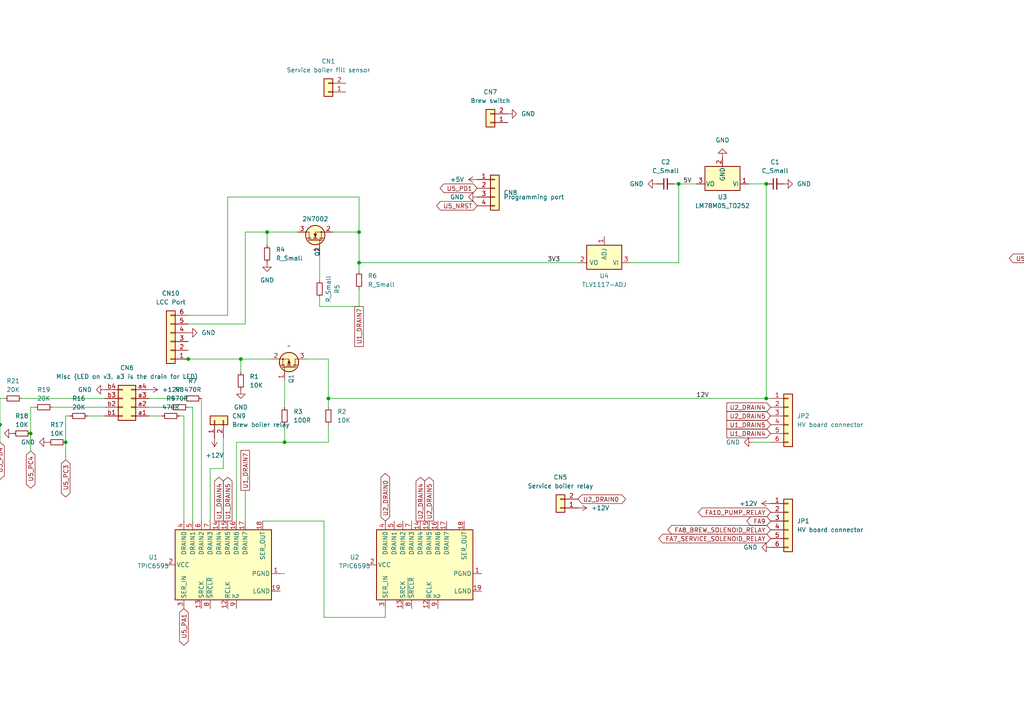
<source format=kicad_sch>
(kicad_sch (version 20230121) (generator eeschema)
  (paper "A4")
  (lib_symbols
    (symbol "Connector_Generic:Conn_01x02" (pin_names (offset 1.016) hide)
      (property "Reference" "J" (at 0 2.54 0))
      (property "Value" "Conn_01x02" (at 0 -5.08 0))
      (symbol "Conn_01x02_1_1"
        (rectangle (start -1.27 -2.413) (end 0 -2.667) (stroke (width 0.1524)))
        (rectangle (start -1.27 0.127) (end 0 -0.127) (stroke (width 0.1524)))
        (rectangle (start -1.27 1.27) (end 1.27 -3.81) (stroke (width 0.254)) (fill (type background)))
        (pin passive line (at -5.08 0 0) (length 3.81) (name "Pin_1") (number "1"))
        (pin passive line (at -5.08 -2.54 0) (length 3.81) (name "Pin_2") (number "2"))
      )
    )
    (symbol "Connector_Generic:Conn_01x04" (pin_names (offset 1.016) hide)
      (property "Reference" "J" (at 0 5.08 0))
      (property "Value" "Conn_01x04" (at 0 -7.62 0))
      (symbol "Conn_01x04_1_1"
        (rectangle (start -1.27 -4.953) (end 0 -5.207) (stroke (width 0.1524)))
        (rectangle (start -1.27 -2.413) (end 0 -2.667) (stroke (width 0.1524)))
        (rectangle (start -1.27 0.127) (end 0 -0.127) (stroke (width 0.1524)))
        (rectangle (start -1.27 2.667) (end 0 2.413) (stroke (width 0.1524)))
        (rectangle (start -1.27 3.81) (end 1.27 -6.35) (stroke (width 0.254)) (fill (type background)))
        (pin passive line (at -5.08 2.54 0) (length 3.81) (name "Pin_1") (number "1"))
        (pin passive line (at -5.08 0 0) (length 3.81) (name "Pin_2") (number "2"))
        (pin passive line (at -5.08 -2.54 0) (length 3.81) (name "Pin_3") (number "3"))
        (pin passive line (at -5.08 -5.08 0) (length 3.81) (name "Pin_4") (number "4"))
      )
    )
    (symbol "Connector_Generic:Conn_01x06" (pin_names (offset 1.016) hide)
      (property "Reference" "J" (at 0 7.62 0))
      (property "Value" "Conn_01x06" (at 0 -10.16 0))
      (symbol "Conn_01x06_1_1"
        (rectangle (start -1.27 -7.493) (end 0 -7.747) (stroke (width 0.1524)))
        (rectangle (start -1.27 -4.953) (end 0 -5.207) (stroke (width 0.1524)))
        (rectangle (start -1.27 -2.413) (end 0 -2.667) (stroke (width 0.1524)))
        (rectangle (start -1.27 0.127) (end 0 -0.127) (stroke (width 0.1524)))
        (rectangle (start -1.27 2.667) (end 0 2.413) (stroke (width 0.1524)))
        (rectangle (start -1.27 5.207) (end 0 4.953) (stroke (width 0.1524)))
        (rectangle (start -1.27 6.35) (end 1.27 -8.89) (stroke (width 0.254)) (fill (type background)))
        (pin passive line (at -5.08 5.08 0) (length 3.81) (name "Pin_1") (number "1"))
        (pin passive line (at -5.08 2.54 0) (length 3.81) (name "Pin_2") (number "2"))
        (pin passive line (at -5.08 0 0) (length 3.81) (name "Pin_3") (number "3"))
        (pin passive line (at -5.08 -2.54 0) (length 3.81) (name "Pin_4") (number "4"))
        (pin passive line (at -5.08 -5.08 0) (length 3.81) (name "Pin_5") (number "5"))
        (pin passive line (at -5.08 -7.62 0) (length 3.81) (name "Pin_6") (number "6"))
      )
    )
    (symbol "Connector_Generic:Conn_02x04_Row_Letter_First" (pin_names (offset 1.016) hide)
      (property "Reference" "J" (at 1.27 5.08 0))
      (property "Value" "Conn_02x04_Row_Letter_First" (at 1.27 -7.62 0))
      (symbol "Conn_02x04_Row_Letter_First_1_1"
        (rectangle (start -1.27 -4.953) (end 0 -5.207) (stroke (width 0.1524)))
        (rectangle (start -1.27 -2.413) (end 0 -2.667) (stroke (width 0.1524)))
        (rectangle (start -1.27 0.127) (end 0 -0.127) (stroke (width 0.1524)))
        (rectangle (start -1.27 2.667) (end 0 2.413) (stroke (width 0.1524)))
        (rectangle (start -1.27 3.81) (end 3.81 -6.35) (stroke (width 0.254)) (fill (type background)))
        (rectangle (start 3.81 -4.953) (end 2.54 -5.207) (stroke (width 0.1524)))
        (rectangle (start 3.81 -2.413) (end 2.54 -2.667) (stroke (width 0.1524)))
        (rectangle (start 3.81 0.127) (end 2.54 -0.127) (stroke (width 0.1524)))
        (rectangle (start 3.81 2.667) (end 2.54 2.413) (stroke (width 0.1524)))
        (pin passive line (at -5.08 2.54 0) (length 3.81) (name "Pin_a1") (number "a1"))
        (pin passive line (at -5.08 0 0) (length 3.81) (name "Pin_a2") (number "a2"))
        (pin passive line (at -5.08 -2.54 0) (length 3.81) (name "Pin_a3") (number "a3"))
        (pin passive line (at -5.08 -5.08 0) (length 3.81) (name "Pin_a4") (number "a4"))
        (pin passive line (at 7.62 2.54 180) (length 3.81) (name "Pin_b1") (number "b1"))
        (pin passive line (at 7.62 0 180) (length 3.81) (name "Pin_b2") (number "b2"))
        (pin passive line (at 7.62 -2.54 180) (length 3.81) (name "Pin_b3") (number "b3"))
        (pin passive line (at 7.62 -5.08 180) (length 3.81) (name "Pin_b4") (number "b4"))
      )
    )
    (symbol "Device:C_Small" (pin_numbers hide) (pin_names (offset 0.254) hide)
      (property "Reference" "C" (at 0.254 1.778 0))
      (property "Value" "C_Small" (at 0.254 -2.032 0))
      (symbol "C_Small_0_1"
        (polyline (pts (xy -1.524 -0.508) (xy 1.524 -0.508)) (stroke (width 0.3302)))
        (polyline (pts (xy -1.524 0.508) (xy 1.524 0.508)) (stroke (width 0.3048)))
      )
      (symbol "C_Small_1_1"
        (pin passive line (at 0 2.54 270) (length 2.032) (name "~") (number "1"))
        (pin passive line (at 0 -2.54 90) (length 2.032) (name "~") (number "2"))
      )
    )
    (symbol "Device:R_Small" (pin_numbers hide) (pin_names (offset 0.254) hide)
      (property "Reference" "R" (at 0.762 0.508 0))
      (property "Value" "R_Small" (at 0.762 -1.016 0))
      (symbol "R_Small_0_1"
        (rectangle (start -0.762 1.778) (end 0.762 -1.778) (stroke (width 0.2032)))
      )
      (symbol "R_Small_1_1"
        (pin passive line (at 0 2.54 270) (length 0.762) (name "~") (number "1"))
        (pin passive line (at 0 -2.54 90) (length 0.762) (name "~") (number "2"))
      )
    )
    (symbol "Interface_Expansion:TPIC6595" (pin_names (offset 0.381))
      (property "Reference" "U" (at -8.89 13.97 0))
      (property "Value" "TPIC6595" (at 6.35 13.97 0))
      (symbol "TPIC6595_0_1"
        (rectangle (start -10.16 12.7) (end 10.16 -15.24) (stroke (width 0.254)) (fill (type background)))
      )
      (symbol "TPIC6595_1_1"
        (pin power_in line (at -2.54 -17.78 90) (length 2.54) (name "PGND") (number "1"))
        (pin passive line (at -2.54 -17.78 90) (length 2.54) hide (name "PGND") (number "10"))
        (pin passive line (at -2.54 -17.78 90) (length 2.54) hide (name "PGND") (number "11"))
        (pin input line (at -12.7 -2.54 0) (length 2.54) (name "RCLK") (number "12"))
        (pin input line (at -12.7 5.08 0) (length 2.54) (name "SRCK") (number "13"))
        (pin open_collector line (at 12.7 0 180) (length 2.54) (name "DRAIN4") (number "14"))
        (pin open_collector line (at 12.7 -2.54 180) (length 2.54) (name "DRAIN5") (number "15"))
        (pin open_collector line (at 12.7 -5.08 180) (length 2.54) (name "DRAIN6") (number "16"))
        (pin open_collector line (at 12.7 -7.62 180) (length 2.54) (name "DRAIN7") (number "17"))
        (pin output line (at 12.7 -12.7 180) (length 2.54) (name "SER_OUT") (number "18"))
        (pin power_in line (at -7.62 -17.78 90) (length 2.54) (name "LGND") (number "19"))
        (pin power_in line (at 0 15.24 270) (length 2.54) (name "VCC") (number "2"))
        (pin passive line (at -2.54 -17.78 90) (length 2.54) hide (name "PGND") (number "20"))
        (pin input line (at -12.7 10.16 0) (length 2.54) (name "SER_IN") (number "3"))
        (pin open_collector line (at 12.7 10.16 180) (length 2.54) (name "DRAIN0") (number "4"))
        (pin open_collector line (at 12.7 7.62 180) (length 2.54) (name "DRAIN1") (number "5"))
        (pin open_collector line (at 12.7 5.08 180) (length 2.54) (name "DRAIN2") (number "6"))
        (pin open_collector line (at 12.7 2.54 180) (length 2.54) (name "DRAIN3") (number "7"))
        (pin input line (at -12.7 2.54 0) (length 2.54) (name "~{SRCLR}") (number "8"))
        (pin input line (at -12.7 -5.08 0) (length 2.54) (name "~{G}") (number "9"))
      )
    )
    (symbol "MCU_ST_STM8:STM8S003F3P"
      (property "Reference" "U" (at 1.27 25.4 0))
      (property "Value" "STM8S003F3P" (at 1.27 22.86 0))
      (symbol "STM8S003F3P_0_1"
        (rectangle (start -11.43 21.59) (end 11.43 -21.59) (stroke (width 0.254)) (fill (type background)))
      )
      (symbol "STM8S003F3P_1_1"
        (pin bidirectional line (at 15.24 0 180) (length 3.81) (name "PD4") (number "1"))
        (pin bidirectional line (at -15.24 12.7 0) (length 3.81) (name "PA3") (number "10"))
        (pin bidirectional line (at -15.24 5.08 0) (length 3.81) (name "PB5") (number "11"))
        (pin bidirectional line (at -15.24 7.62 0) (length 3.81) (name "PB4") (number "12"))
        (pin bidirectional line (at -15.24 0 0) (length 3.81) (name "PC3") (number "13"))
        (pin bidirectional line (at -15.24 -2.54 0) (length 3.81) (name "PC4") (number "14"))
        (pin bidirectional line (at -15.24 -5.08 0) (length 3.81) (name "PC5") (number "15"))
        (pin bidirectional line (at -15.24 -7.62 0) (length 3.81) (name "PC6") (number "16"))
        (pin bidirectional line (at -15.24 -10.16 0) (length 3.81) (name "PC7") (number "17"))
        (pin bidirectional line (at 15.24 7.62 180) (length 3.81) (name "PD1") (number "18"))
        (pin bidirectional line (at 15.24 5.08 180) (length 3.81) (name "PD2") (number "19"))
        (pin bidirectional line (at 15.24 -2.54 180) (length 3.81) (name "PD5") (number "2"))
        (pin bidirectional line (at 15.24 2.54 180) (length 3.81) (name "PD3") (number "20"))
        (pin bidirectional line (at 15.24 -5.08 180) (length 3.81) (name "PD6") (number "3"))
        (pin input line (at -15.24 -15.24 0) (length 3.81) (name "NRST") (number "4"))
        (pin bidirectional line (at -15.24 17.78 0) (length 3.81) (name "PA1") (number "5"))
        (pin bidirectional line (at -15.24 15.24 0) (length 3.81) (name "PA2") (number "6"))
        (pin power_in line (at 0 -25.4 90) (length 3.81) (name "VSS") (number "7"))
        (pin passive line (at -15.24 -17.78 0) (length 3.81) (name "VCAP") (number "8"))
        (pin power_in line (at 0 25.4 270) (length 3.81) (name "VDD") (number "9"))
      )
    )
    (symbol "PCM_Transistor_MOSFET_AKL:2N7002" (pin_names hide)
      (property "Reference" "Q" (at 5.08 1.27 0))
      (property "Value" "2N7002" (at 5.08 -1.27 0))
      (symbol "2N7002_0_1"
        (polyline (pts (xy 0.254 -1.27) (xy -2.54 -1.27)))
        (polyline (pts (xy 0.254 1.905) (xy 0.254 -1.905)) (stroke (width 0.254)))
        (polyline (pts (xy 0.762 -1.778) (xy 2.54 -1.778)))
        (polyline (pts (xy 0.762 -1.27) (xy 0.762 -2.286)) (stroke (width 0.254)))
        (polyline (pts (xy 0.762 0.508) (xy 0.762 -0.508)) (stroke (width 0.254)))
        (polyline (pts (xy 0.762 2.286) (xy 0.762 1.27)) (stroke (width 0.254)))
        (polyline (pts (xy 2.54 1.778) (xy 0.762 1.778)))
        (polyline (pts (xy 2.54 2.54) (xy 2.54 1.778)))
        (polyline (pts (xy 2.54 -2.54) (xy 2.54 0) (xy 0.762 0)))
        (polyline (pts (xy 1.016 0) (xy 2.032 0.381) (xy 2.032 -0.381) (xy 1.016 0)) (fill (type outline)))
        (circle (center 1.651 0) (radius 2.794) (stroke (width 0.254)) (fill (type background)))
        (circle (center 2.54 -1.778) (radius 0.1778) (fill (type outline)))
      )
      (symbol "2N7002_1_1"
        (pin input line (at -3.81 -1.27 0) (length 2.54) (name "G") (number "1"))
        (pin passive line (at 2.54 -5.08 90) (length 2.54) (name "S") (number "2"))
        (pin passive line (at 2.54 5.08 270) (length 2.54) (name "D") (number "3"))
      )
    )
    (symbol "PCM_Transistor_MOSFET_AKL:AO3415A" (pin_names hide)
      (property "Reference" "Q" (at 5.08 1.27 0))
      (property "Value" "AO3415A" (at 5.08 -1.27 0))
      (symbol "AO3415A_0_1"
        (polyline (pts (xy 0.254 -1.905) (xy 0.254 1.905)) (stroke (width 0.254)))
        (polyline (pts (xy 0.254 1.27) (xy -2.54 1.27)))
        (polyline (pts (xy 0.762 -2.286) (xy 0.762 -1.27)) (stroke (width 0.254)))
        (polyline (pts (xy 0.762 -1.778) (xy 2.54 -1.778)))
        (polyline (pts (xy 0.762 -0.508) (xy 0.762 0.508)) (stroke (width 0.254)))
        (polyline (pts (xy 0.762 1.27) (xy 0.762 2.286)) (stroke (width 0.254)))
        (polyline (pts (xy 0.762 1.778) (xy 2.54 1.778)))
        (polyline (pts (xy 2.54 -2.54) (xy 2.54 -1.778)))
        (polyline (pts (xy 2.54 2.54) (xy 2.54 0) (xy 0.762 0)))
        (polyline (pts (xy 2.286 0) (xy 1.27 -0.381) (xy 1.27 0.381) (xy 2.286 0)) (fill (type outline)))
      )
      (symbol "AO3415A_1_1"
        (circle (center 1.651 0) (radius 2.794) (stroke (width 0.254)) (fill (type background)))
        (circle (center 2.54 1.778) (radius 0.1778) (fill (type outline)))
        (pin input line (at -3.81 1.27 0) (length 2.54) (name "G") (number "1"))
        (pin passive line (at 2.54 5.08 270) (length 2.54) (name "S") (number "2"))
        (pin passive line (at 2.54 -5.08 90) (length 2.54) (name "D") (number "3"))
      )
    )
    (symbol "Regulator_Linear:LM78M05_TO252" (pin_names (offset 0.254))
      (property "Reference" "U" (at -3.81 3.175 0))
      (property "Value" "LM78M05_TO252" (at 0 3.175 0))
      (symbol "LM78M05_TO252_0_1"
        (rectangle (start -5.08 1.905) (end 5.08 -5.08) (stroke (width 0.254)) (fill (type background)))
      )
      (symbol "LM78M05_TO252_1_1"
        (pin power_in line (at -7.62 0 0) (length 2.54) (name "VI") (number "1"))
        (pin power_in line (at 0 -7.62 90) (length 2.54) (name "GND") (number "2"))
        (pin power_out line (at 7.62 0 180) (length 2.54) (name "VO") (number "3"))
      )
    )
    (symbol "Regulator_Linear:TLV1117-ADJ" (pin_names (offset 0.762))
      (property "Reference" "U" (at -3.81 3.175 0))
      (property "Value" "TLV1117-ADJ" (at 0 3.175 0))
      (symbol "TLV1117-ADJ_0_1"
        (rectangle (start -5.08 -5.08) (end 5.08 1.905) (stroke (width 0.254)) (fill (type background)))
      )
      (symbol "TLV1117-ADJ_1_1"
        (pin input line (at 0 -7.62 90) (length 2.54) (name "ADJ") (number "1"))
        (pin power_out line (at 7.62 0 180) (length 2.54) (name "VO") (number "2"))
        (pin power_in line (at -7.62 0 0) (length 2.54) (name "VI") (number "3"))
      )
    )
    (symbol "power:+12V" (power) (pin_names (offset 0))
      (property "Value" "+12V" (at 0 3.556 0))
      (symbol "+12V_0_1"
        (polyline (pts (xy -0.762 1.27) (xy 0 2.54)))
        (polyline (pts (xy 0 0) (xy 0 2.54)))
        (polyline (pts (xy 0 2.54) (xy 0.762 1.27)))
      )
      (symbol "+12V_1_1"
        (pin power_in line (at 0 0 90) (length 0) hide (name "+12V") (number "1"))
      )
    )
    (symbol "power:+5V" (power) (pin_names (offset 0))
      (property "Value" "+5V" (at 0 3.556 0))
      (symbol "+5V_0_1"
        (polyline (pts (xy -0.762 1.27) (xy 0 2.54)))
        (polyline (pts (xy 0 0) (xy 0 2.54)))
        (polyline (pts (xy 0 2.54) (xy 0.762 1.27)))
      )
      (symbol "+5V_1_1"
        (pin power_in line (at 0 0 90) (length 0) hide (name "+5V") (number "1"))
      )
    )
    (symbol "power:GND" (power) (pin_names (offset 0))
      (property "Value" "GND" (at 0 -3.81 0))
      (symbol "GND_0_1"
        (polyline (pts (xy 0 0) (xy 0 -1.27) (xy 1.27 -1.27) (xy 0 -2.54) (xy -1.27 -1.27) (xy 0 -1.27)))
      )
      (symbol "GND_1_1"
        (pin power_in line (at 0 0 270) (length 0) hide (name "GND") (number "1"))
      )
    )
  )
  (junction (at 54.61 104.14))
  (junction (at 0 123.19))
  (junction (at 222.25 53.34))
  (junction (at 121.92 -34.29))
  (junction (at 196.85 53.34))
  (junction (at 19.05 128.27))
  (junction (at 69.85 104.14))
  (junction (at 222.25 115.57))
  (junction (at 53.34 -50.8))
  (junction (at 121.92 -53.34))
  (junction (at 95.25 115.57))
  (junction (at 53.34 -31.75))
  (junction (at 8.89 125.73))
  (junction (at 82.55 128.27))
  (junction (at 104.14 76.2))
  (junction (at 6.35 -35.56))
  (junction (at 104.14 67.31))
  (junction (at 6.35 -54.61))
  (junction (at 77.47 67.31))
  (wire (pts (xy 121.92 -34.29) (xy 121.92 -30.48)))
  (wire (pts (xy 50.8 -31.75) (xy 53.34 -31.75)))
  (wire (pts (xy 54.61 118.11) (xy 55.88 118.11)))
  (wire (pts (xy 20.32 120.65) (xy 19.05 120.65)))
  (wire (pts (xy 53.34 -50.8) (xy 57.15 -50.8)))
  (wire (pts (xy 76.2 151.13) (xy 93.98 151.13)))
  (wire (pts (xy 95.25 115.57) (xy 95.25 104.14)))
  (wire (pts (xy 68.58 128.27) (xy 68.58 151.13)))
  (wire (pts (xy 25.4 120.65) (xy 30.48 120.65)))
  (wire (pts (xy 50.8 -50.8) (xy 53.34 -50.8)))
  (wire (pts (xy 60.96 135.89) (xy 60.96 151.13)))
  (wire (pts (xy 119.38 -34.29) (xy 121.92 -34.29)))
  (wire (pts (xy 53.34 -50.8) (xy 53.34 -41.91)))
  (wire (pts (xy 95.25 115.57) (xy 95.25 118.11)))
  (wire (pts (xy 19.05 120.65) (xy 19.05 128.27)))
  (wire (pts (xy 222.25 53.34) (xy 222.25 115.57)))
  (wire (pts (xy 66.04 57.15) (xy 66.04 91.44)))
  (wire (pts (xy 1.27 115.57) (xy 0 115.57)))
  (wire (pts (xy 104.14 83.82) (xy 104.14 88.9)))
  (wire (pts (xy 196.85 53.34) (xy 201.93 53.34)))
  (wire (pts (xy 222.25 115.57) (xy 223.52 115.57)))
  (wire (pts (xy 57.15 -50.8) (xy 57.15 -43.18)))
  (wire (pts (xy 10.16 118.11) (xy 8.89 118.11)))
  (wire (pts (xy 92.71 73.66) (xy 92.71 81.28)))
  (wire (pts (xy 71.12 67.31) (xy 77.47 67.31)))
  (wire (pts (xy 218.44 128.27) (xy 223.52 128.27)))
  (wire (pts (xy 71.12 93.98) (xy 71.12 67.31)))
  (wire (pts (xy 82.55 128.27) (xy 95.25 128.27)))
  (wire (pts (xy 6.35 -54.61) (xy 6.35 -45.72)))
  (wire (pts (xy 121.92 -53.34) (xy 125.73 -53.34)))
  (wire (pts (xy 95.25 115.57) (xy 222.25 115.57)))
  (wire (pts (xy 60.96 135.89) (xy 64.77 135.89)))
  (wire (pts (xy 217.17 53.34) (xy 222.25 53.34)))
  (wire (pts (xy 121.92 -53.34) (xy 121.92 -44.45)))
  (wire (pts (xy 8.89 118.11) (xy 8.89 125.73)))
  (wire (pts (xy 88.9 104.14) (xy 95.25 104.14)))
  (wire (pts (xy 71.12 142.24) (xy 71.12 151.13)))
  (wire (pts (xy 64.77 135.89) (xy 64.77 127)))
  (wire (pts (xy 6.35 115.57) (xy 30.48 115.57)))
  (wire (pts (xy 6.35 -40.64) (xy 6.35 -35.56)))
  (wire (pts (xy 43.18 120.65) (xy 46.99 120.65)))
  (wire (pts (xy 68.58 128.27) (xy 82.55 128.27)))
  (wire (pts (xy 43.18 118.11) (xy 49.53 118.11)))
  (wire (pts (xy 104.14 76.2) (xy 167.64 76.2)))
  (wire (pts (xy 53.34 104.14) (xy 54.61 104.14)))
  (wire (pts (xy 196.85 53.34) (xy 196.85 76.2)))
  (wire (pts (xy 54.61 93.98) (xy 71.12 93.98)))
  (wire (pts (xy 43.18 115.57) (xy 53.34 115.57)))
  (wire (pts (xy 104.14 57.15) (xy 66.04 57.15)))
  (wire (pts (xy 93.98 179.07) (xy 111.76 179.07)))
  (wire (pts (xy 8.89 125.73) (xy 8.89 130.81)))
  (wire (pts (xy 19.05 128.27) (xy 19.05 133.35)))
  (wire (pts (xy 55.88 118.11) (xy 55.88 151.13)))
  (wire (pts (xy 6.35 -35.56) (xy 6.35 -31.75)))
  (wire (pts (xy 0 115.57) (xy 0 123.19)))
  (wire (pts (xy 58.42 115.57) (xy 58.42 151.13)))
  (wire (pts (xy 82.55 166.37) (xy 81.28 166.37)))
  (wire (pts (xy 96.52 67.31) (xy 104.14 67.31)))
  (wire (pts (xy 196.85 76.2) (xy 182.88 76.2)))
  (wire (pts (xy 15.24 118.11) (xy 30.48 118.11)))
  (wire (pts (xy 121.92 -39.37) (xy 121.92 -34.29)))
  (wire (pts (xy 3.81 -35.56) (xy 6.35 -35.56)))
  (wire (pts (xy 6.35 -54.61) (xy 10.16 -54.61)))
  (wire (pts (xy 52.07 120.65) (xy 53.34 120.65)))
  (wire (pts (xy 53.34 -36.83) (xy 53.34 -31.75)))
  (wire (pts (xy 92.71 86.36) (xy 92.71 88.9)))
  (wire (pts (xy 93.98 151.13) (xy 93.98 179.07)))
  (wire (pts (xy 66.04 91.44) (xy 54.61 91.44)))
  (wire (pts (xy 82.55 110.49) (xy 82.55 118.11)))
  (wire (pts (xy 101.6 -53.34) (xy 121.92 -53.34)))
  (wire (pts (xy 54.61 104.14) (xy 69.85 104.14)))
  (wire (pts (xy 104.14 76.2) (xy 104.14 78.74)))
  (wire (pts (xy 53.34 120.65) (xy 53.34 151.13)))
  (wire (pts (xy 69.85 107.95) (xy 69.85 104.14)))
  (wire (pts (xy 95.25 123.19) (xy 95.25 128.27)))
  (wire (pts (xy 125.73 -53.34) (xy 125.73 -45.72)))
  (wire (pts (xy 53.34 -31.75) (xy 53.34 -27.94)))
  (wire (pts (xy -13.97 -54.61) (xy 6.35 -54.61)))
  (wire (pts (xy 69.85 104.14) (xy 78.74 104.14)))
  (wire (pts (xy 104.14 67.31) (xy 104.14 76.2)))
  (wire (pts (xy 111.76 179.07) (xy 111.76 176.53)))
  (wire (pts (xy 104.14 67.31) (xy 104.14 57.15)))
  (wire (pts (xy 82.55 128.27) (xy 82.55 123.19)))
  (wire (pts (xy 77.47 71.12) (xy 77.47 67.31)))
  (wire (pts (xy 10.16 -54.61) (xy 10.16 -46.99)))
  (wire (pts (xy 0 123.19) (xy 0 128.27)))
  (wire (pts (xy 77.47 67.31) (xy 86.36 67.31)))
  (wire (pts (xy 92.71 88.9) (xy 104.14 88.9)))
  (wire (pts (xy 195.58 53.34) (xy 196.85 53.34)))
  (label "5V" (at 198.12 53.34 0))
  (label "3V3" (at 158.75 76.2 0))
  (label "12V" (at 201.93 115.57 0))
  (global_label "U2_DRAIN5" (shape output) (at 124.46 151.13 90) (property "Intersheetrefs" "${INTERSHEET_REFS}" (effects hide)))
  (global_label "U2_DRAIN4" (shape output) (at 121.92 151.13 90) (property "Intersheetrefs" "${INTERSHEET_REFS}" (effects hide)))
  (global_label "U1_DRAIN5" (shape input) (at 223.52 123.19 180) (property "Intersheetrefs" "${INTERSHEET_REFS}" (effects hide)))
  (global_label "U5_PD3" (shape bidirectional) (at 334.01 64.77 0) (property "Intersheetrefs" "${INTERSHEET_REFS}" (effects hide)))
  (global_label "U5_PD3" (shape bidirectional) (at 121.92 -30.48 270) (property "Intersheetrefs" "${INTERSHEET_REFS}" (effects hide)))
  (global_label "FA7_SERVICE_SOLENOID_RELAY" (shape bidirectional) (at 223.52 156.21 180) (property "Intersheetrefs" "${INTERSHEET_REFS}" (effects hide)))
  (global_label "U5_NRST" (shape bidirectional) (at 138.43 59.69 180) (property "Intersheetrefs" "${INTERSHEET_REFS}" (effects hide)))
  (global_label "U1_DRAIN4" (shape input) (at 223.52 125.73 180) (property "Intersheetrefs" "${INTERSHEET_REFS}" (effects hide)))
  (global_label "FA10_PUMP_RELAY" (shape bidirectional) (at 223.52 148.59 180) (property "Intersheetrefs" "${INTERSHEET_REFS}" (effects hide)))
  (global_label "U5_PD4" (shape bidirectional) (at 0 128.27 270) (property "Intersheetrefs" "${INTERSHEET_REFS}" (effects hide)))
  (global_label "U5_PC4" (shape bidirectional) (at 8.89 130.81 270) (property "Intersheetrefs" "${INTERSHEET_REFS}" (effects hide)))
  (global_label "U5_PA1" (shape bidirectional) (at 53.34 176.53 270) (property "Intersheetrefs" "${INTERSHEET_REFS}" (effects hide)))
  (global_label "U2_DRAIN4" (shape input) (at 223.52 118.11 180) (property "Intersheetrefs" "${INTERSHEET_REFS}" (effects hide)))
  (global_label "U1_DRAIN7" (shape passive) (at 71.12 142.24 90) (property "Intersheetrefs" "${INTERSHEET_REFS}" (effects hide)))
  (global_label "U1_DRAIN5" (shape output) (at 66.04 151.13 90) (property "Intersheetrefs" "${INTERSHEET_REFS}" (effects hide)))
  (global_label "U1_DRAIN7" (shape passive) (at 104.14 88.9 270) (property "Intersheetrefs" "${INTERSHEET_REFS}" (effects hide)))
  (global_label "FA8_BREW_SOLENOID_RELAY" (shape bidirectional) (at 223.52 153.67 180) (property "Intersheetrefs" "${INTERSHEET_REFS}" (effects hide)))
  (global_label "U5_PC6" (shape bidirectional) (at 53.34 -27.94 270) (property "Intersheetrefs" "${INTERSHEET_REFS}" (effects hide)))
  (global_label "U5_PD1" (shape bidirectional) (at 138.43 54.61 180) (property "Intersheetrefs" "${INTERSHEET_REFS}" (effects hide)))
  (global_label "U5_PC6" (shape bidirectional) (at 303.53 74.93 180) (property "Intersheetrefs" "${INTERSHEET_REFS}" (effects hide)))
  (global_label "FA9" (shape bidirectional) (at 223.52 151.13 180) (property "Intersheetrefs" "${INTERSHEET_REFS}" (effects hide)))
  (global_label "U2_DRAIN5" (shape input) (at 223.52 120.65 180) (property "Intersheetrefs" "${INTERSHEET_REFS}" (effects hide)))
  (global_label "U2_DRAIN0" (shape bidirectional) (at 111.76 151.13 90) (property "Intersheetrefs" "${INTERSHEET_REFS}" (effects hide)))
  (global_label "U1_DRAIN4" (shape output) (at 63.5 151.13 90) (property "Intersheetrefs" "${INTERSHEET_REFS}" (effects hide)))
  (global_label "U5_PC3" (shape bidirectional) (at 19.05 133.35 270) (property "Intersheetrefs" "${INTERSHEET_REFS}" (effects hide)))
  (global_label "U2_DRAIN0" (shape bidirectional) (at 167.64 144.78 0) (property "Intersheetrefs" "${INTERSHEET_REFS}" (effects hide)))
  (global_label "U5_PC4" (shape bidirectional) (at 6.35 -31.75 270) (property "Intersheetrefs" "${INTERSHEET_REFS}" (effects hide)))
  (symbol (lib_id "Device:C_Small") (at 116.84 -34.29 90) (unit 1)
    (property "Reference" "C4" (at 116.84 -40.64 90))
    (property "Value" "C_Small" (at 116.8463 -38.1 90))
  )
  (symbol (lib_id "Device:R_Small") (at 6.35 -43.18 0) (unit 1)
    (property "Reference" "R14" (at 8.89 -44.45 0) (effects (justify left)))
    (property "Value" "100K" (at 8.89 -41.91 0) (effects (justify left)))
  )
  (symbol (lib_id "power:GND") (at 3.81 125.73 270) (unit 1)
    (property "Reference" "#PWR024" (effects hide))
    (property "Value" "GND" (at 0 125.73 90) (effects (justify right)))
  )
  (symbol (lib_id "Connector_Generic:Conn_01x04") (at 143.51 54.61 0) (unit 1)
    (property "Reference" "CN8" (at 146.05 55.88 0) (effects (justify left)))
    (property "Value" "Programming port" (at 146.05 57.15 0) (effects (justify left)))
  )
  (symbol (lib_id "Interface_Expansion:TPIC6595") (at 63.5 163.83 90) (unit 1)
    (property "Reference" "U1" (at 44.45 161.6141 90))
    (property "Value" "TPIC6595" (at 44.45 164.1541 90))
    (property "Datasheet" "http://www.ti.com/lit/ds/symlink/tpic6595.pdf" (effects hide))
  )
  (symbol (lib_id "power:GND") (at 218.44 128.27 270) (unit 1)
    (property "Reference" "#PWR01" (effects hide))
    (property "Value" "GND" (at 214.63 128.27 90) (effects (justify right)))
  )
  (symbol (lib_id "Connector_Generic:Conn_01x06") (at 49.53 99.06 180) (unit 1)
    (property "Reference" "CN10" (at 49.53 85.09 0))
    (property "Value" "LCC Port" (at 49.53 87.63 0))
  )
  (symbol (lib_id "Device:R_Small") (at 59.69 -43.18 90) (unit 1)
    (property "Reference" "R10" (at 59.69 -48.26 90))
    (property "Value" "10K" (at 59.69 -45.72 90))
  )
  (symbol (lib_id "power:+12V") (at 62.23 127 180) (unit 1)
    (property "Reference" "#PWR028" (effects hide))
    (property "Value" "+12V" (at 62.23 132.08 0))
  )
  (symbol (lib_id "Connector_Generic:Conn_01x02") (at -19.05 -52.07 180) (unit 1)
    (property "Reference" "CN3" (at -21.59 -54.61 0) (effects (justify left)))
    (property "Value" "Thermoprobe Service boiler" (at -21.59 -52.07 0) (effects (justify left)))
  )
  (symbol (lib_id "power:+12V") (at 223.52 146.05 90) (unit 1)
    (property "Reference" "#PWR027" (effects hide))
    (property "Value" "+12V" (at 219.71 146.05 90) (effects (justify left)))
  )
  (symbol (lib_id "Device:R_Small") (at 53.34 -39.37 0) (unit 1)
    (property "Reference" "R11" (at 55.88 -40.64 0) (effects (justify left)))
    (property "Value" "47K" (at 55.88 -38.1 0) (effects (justify left)))
  )
  (symbol (lib_id "power:+12V") (at 167.64 147.32 270) (unit 1)
    (property "Reference" "#PWR021" (effects hide))
    (property "Value" "+12V" (at 171.45 147.32 90) (effects (justify left)))
  )
  (symbol (lib_id "Device:C_Small") (at 193.04 53.34 90) (unit 1)
    (property "Reference" "C2" (at 193.0463 46.99 90))
    (property "Value" "C_Small" (at 193.0463 49.53 90))
  )
  (symbol (lib_id "Device:R_Small") (at 55.88 115.57 90) (unit 1)
    (property "Reference" "R7" (at 55.88 110.49 90))
    (property "Value" "470R" (at 55.88 113.03 90))
  )
  (symbol (lib_id "Connector_Generic:Conn_02x04_Row_Letter_First") (at 38.1 118.11 180) (unit 1)
    (property "Reference" "CN6" (at 36.83 106.68 0))
    (property "Value" "Misc (LED on v3, a3 is the drain for LED)" (at 36.83 109.22 0))
  )
  (symbol (lib_id "power:GND") (at 138.43 57.15 270) (unit 1)
    (property "Reference" "#PWR010" (effects hide))
    (property "Value" "GND" (at 134.62 57.15 90) (effects (justify right)))
  )
  (symbol (lib_id "power:GND") (at 54.61 96.52 90) (unit 1)
    (property "Reference" "#PWR03" (effects hide))
    (property "Value" "GND" (at 58.42 96.52 90) (effects (justify right)))
  )
  (symbol (lib_id "Device:R_Small") (at 104.14 81.28 180) (unit 1)
    (property "Reference" "R6" (at 106.68 80.01 0) (effects (justify right)))
    (property "Value" "R_Small" (at 106.68 82.55 0) (effects (justify right)))
  )
  (symbol (lib_id "power:+5V") (at -13.97 -52.07 270) (unit 1)
    (property "Reference" "#PWR018" (effects hide))
    (property "Value" "+5V" (at -10.16 -52.07 90) (effects (justify left)))
  )
  (symbol (lib_id "Interface_Expansion:TPIC6595") (at 121.92 163.83 90) (unit 1)
    (property "Reference" "U2" (at 102.87 161.6141 90))
    (property "Value" "TPIC6595" (at 102.87 164.1541 90))
    (property "Datasheet" "http://www.ti.com/lit/ds/symlink/tpic6595.pdf" (effects hide))
  )
  (symbol (lib_id "power:GND") (at 50.8 -53.34 90) (unit 1)
    (property "Reference" "#PWR08" (effects hide))
    (property "Value" "GND" (at 54.61 -53.34 90) (effects (justify right)))
  )
  (symbol (lib_id "power:GND") (at 77.47 76.2 0) (unit 1)
    (property "Reference" "#PWR07" (effects hide))
    (property "Value" "GND" (at 77.47 81.28 0))
  )
  (symbol (lib_id "Device:R_Small") (at 6.35 125.73 90) (unit 1)
    (property "Reference" "R18" (at 6.35 120.65 90))
    (property "Value" "10K" (at 6.35 123.19 90))
  )
  (symbol (lib_id "Device:R_Small") (at 69.85 110.49 0) (unit 1)
    (property "Reference" "R1" (at 72.39 109.22 0) (effects (justify left)))
    (property "Value" "10K" (at 72.39 111.76 0) (effects (justify left)))
  )
  (symbol (lib_id "Device:R_Small") (at 77.47 73.66 0) (unit 1)
    (property "Reference" "R4" (at 80.01 72.39 0) (effects (justify left)))
    (property "Value" "R_Small" (at 80.01 74.93 0) (effects (justify left)))
  )
  (symbol (lib_id "Connector_Generic:Conn_01x02") (at 96.52 -50.8 180) (unit 1)
    (property "Reference" "CN4" (at 96.52 -58.42 0))
    (property "Value" "Thermoprobe Brew boiler" (at 96.52 -55.88 0))
  )
  (symbol (lib_id "power:+5V") (at 101.6 -50.8 270) (unit 1)
    (property "Reference" "#PWR014" (effects hide))
    (property "Value" "+5V" (at 105.41 -50.8 90) (effects (justify left)))
  )
  (symbol (lib_id "power:GND") (at 190.5 53.34 270) (unit 1)
    (property "Reference" "#PWR06" (effects hide))
    (property "Value" "GND" (at 186.69 53.34 90) (effects (justify right)))
  )
  (symbol (lib_id "Device:R_Small") (at 82.55 120.65 0) (unit 1)
    (property "Reference" "R3" (at 85.09 119.38 0) (effects (justify left)))
    (property "Value" "100R" (at 85.09 121.92 0) (effects (justify left)))
  )
  (symbol (lib_id "Connector_Generic:Conn_01x06") (at 228.6 151.13 0) (unit 1)
    (property "Reference" "JP1" (at 231.14 151.13 0) (effects (justify left)))
    (property "Value" "HV board connector" (at 231.14 153.67 0) (effects (justify left)))
  )
  (symbol (lib_id "power:GND") (at -5.08 123.19 270) (unit 1)
    (property "Reference" "#PWR025" (effects hide))
    (property "Value" "GND" (at -8.89 123.19 90) (effects (justify right)))
  )
  (symbol (lib_id "Device:R_Small") (at -2.54 123.19 90) (unit 1)
    (property "Reference" "R20" (at -2.54 118.11 90))
    (property "Value" "10K" (at -2.54 120.65 90))
  )
  (symbol (lib_id "power:GND") (at 69.85 113.03 0) (unit 1)
    (property "Reference" "#PWR02" (effects hide))
    (property "Value" "GND" (at 69.85 118.11 0))
  )
  (symbol (lib_id "Connector_Generic:Conn_01x02") (at 95.25 26.67 180) (unit 1)
    (property "Reference" "CN1" (at 95.25 17.78 0))
    (property "Value" "Service boiler fill sensor" (at 95.25 20.32 0))
  )
  (symbol (lib_id "power:GND") (at 13.97 128.27 270) (unit 1)
    (property "Reference" "#PWR023" (effects hide))
    (property "Value" "GND" (at 10.16 128.27 90) (effects (justify right)))
  )
  (symbol (lib_id "power:+5V") (at 138.43 52.07 90) (unit 1)
    (property "Reference" "#PWR017" (effects hide))
    (property "Value" "+5V" (at 134.62 52.07 90) (effects (justify left)))
  )
  (symbol (lib_id "MCU_ST_STM8:STM8S003F3P") (at 318.77 67.31 0) (unit 1)
    (property "Reference" "U5" (at 320.9641 40.64 0) (effects (justify left)))
    (property "Value" "STM8S003F3P" (at 320.9641 43.18 0) (effects (justify left)))
    (property "Footprint" "Package_SO:TSSOP-20_4.4x6.5mm_P0.65mm" (effects hide))
    (property "Datasheet" "http://www.st.com/st-web-ui/static/active/en/resource/technical/document/datasheet/DM00024550.pdf" (effects hide))
  )
  (symbol (lib_id "PCM_Transistor_MOSFET_AKL:2N7002") (at 91.44 69.85 90) (unit 1)
    (property "Reference" "Q2" (at 92.075 73.025 0))
    (property "Value" "2N7002" (at 91.44 63.5 90))
    (property "Footprint" "Package_TO_SOT_SMD_AKL:SOT-23" (effects hide))
    (property "Datasheet" "https://www.tme.eu/Document/7df5cae36abdfcedddb681f5be886f05/2N7000.pdf" (effects hide))
  )
  (symbol (lib_id "Device:R_Small") (at 3.81 115.57 90) (unit 1)
    (property "Reference" "R21" (at 3.81 110.49 90))
    (property "Value" "20K" (at 3.81 113.03 90))
  )
  (symbol (lib_id "Regulator_Linear:LM78M05_TO252") (at 209.55 53.34 180) (unit 1)
    (property "Reference" "U3" (at 209.55 57.15 0))
    (property "Value" "LM78M05_TO252" (at 209.55 59.69 0))
    (property "Footprint" "Package_TO_SOT_SMD:TO-252-2" (effects hide))
    (property "Datasheet" "https://www.onsemi.com/pub/Collateral/MC78M00-D.PDF" (effects hide))
  )
  (symbol (lib_id "Device:R_Small") (at 12.7 118.11 90) (unit 1)
    (property "Reference" "R19" (at 12.7 113.03 90))
    (property "Value" "20K" (at 12.7 115.57 90))
  )
  (symbol (lib_id "power:+12V") (at 43.18 113.03 270) (unit 1)
    (property "Reference" "#PWR022" (effects hide))
    (property "Value" "+12V" (at 46.99 113.03 90) (effects (justify left)))
  )
  (symbol (lib_id "Connector_Generic:Conn_01x02") (at 142.24 35.56 180) (unit 1)
    (property "Reference" "CN7" (at 142.24 26.67 0))
    (property "Value" "Brew switch" (at 142.24 29.21 0))
  )
  (symbol (lib_id "Connector_Generic:Conn_01x06") (at 228.6 120.65 0) (unit 1)
    (property "Reference" "JP2" (at 231.14 120.65 0) (effects (justify left)))
    (property "Value" "HV board connector" (at 231.14 123.19 0) (effects (justify left)))
  )
  (symbol (lib_id "Device:R_Small") (at 121.92 -41.91 0) (unit 1)
    (property "Reference" "R12" (at 124.46 -43.18 0) (effects (justify left)))
    (property "Value" "100K" (at 124.46 -40.64 0) (effects (justify left)))
  )
  (symbol (lib_id "power:GND") (at 30.48 113.03 270) (unit 1)
    (property "Reference" "#PWR09" (effects hide))
    (property "Value" "GND" (at 26.67 113.03 90) (effects (justify right)))
  )
  (symbol (lib_id "Device:R_Small") (at 49.53 120.65 90) (unit 1)
    (property "Reference" "R9" (at 49.53 115.57 90))
    (property "Value" "470R" (at 49.53 118.11 90))
  )
  (symbol (lib_id "Device:R_Small") (at 52.07 118.11 90) (unit 1)
    (property "Reference" "R8" (at 52.07 113.03 90))
    (property "Value" "470R" (at 52.07 115.57 90))
  )
  (symbol (lib_id "Device:R_Small") (at 22.86 120.65 90) (unit 1)
    (property "Reference" "R16" (at 22.86 115.57 90))
    (property "Value" "20K" (at 22.86 118.11 90))
  )
  (symbol (lib_id "power:GND") (at 114.3 -34.29 270) (unit 1)
    (property "Reference" "#PWR015" (effects hide))
    (property "Value" "GND" (at 110.49 -34.29 90) (effects (justify right)))
  )
  (symbol (lib_id "power:GND") (at 223.52 158.75 270) (unit 1)
    (property "Reference" "#PWR026" (effects hide))
    (property "Value" "GND" (at 219.71 158.75 90) (effects (justify right)))
  )
  (symbol (lib_id "power:GND") (at 227.33 53.34 90) (unit 1)
    (property "Reference" "#PWR04" (effects hide))
    (property "Value" "GND" (at 231.14 53.34 90) (effects (justify right)))
  )
  (symbol (lib_id "power:GND") (at 147.32 33.02 90) (unit 1)
    (property "Reference" "#PWR011" (effects hide))
    (property "Value" "GND" (at 151.13 33.02 90) (effects (justify right)))
  )
  (symbol (lib_id "Connector_Generic:Conn_01x02") (at 162.56 147.32 180) (unit 1)
    (property "Reference" "CN5" (at 162.56 138.43 0))
    (property "Value" "Service boiler relay" (at 162.56 140.97 0))
  )
  (symbol (lib_id "power:GND") (at 130.81 -45.72 90) (unit 1)
    (property "Reference" "#PWR016" (effects hide))
    (property "Value" "GND" (at 134.62 -45.72 90) (effects (justify right)))
  )
  (symbol (lib_id "Device:C_Small") (at 48.26 -31.75 90) (unit 1)
    (property "Reference" "C3" (at 48.26 -38.1 90))
    (property "Value" "C_Small" (at 48.2663 -35.56 90))
  )
  (symbol (lib_id "Connector_Generic:Conn_01x02") (at 62.23 121.92 90) (unit 1)
    (property "Reference" "CN9" (at 67.31 120.65 90) (effects (justify right)))
    (property "Value" "Brew boiler relay" (at 67.31 123.19 90) (effects (justify right)))
  )
  (symbol (lib_id "PCM_Transistor_MOSFET_AKL:AO3415A") (at 83.82 106.68 90) (unit 1)
    (property "Reference" "Q1" (at 84.455 109.855 0))
    (property "Value" "~" (at 83.82 100.33 90))
    (property "Footprint" "Package_TO_SOT_SMD_AKL:SOT-23" (effects hide))
    (property "Datasheet" "https://www.tme.eu/Document/f00ce134f7034a391f71a0e456369425/AO3415A.pdf" (effects hide))
  )
  (symbol (lib_id "Device:R_Small") (at 92.71 83.82 0) (unit 1)
    (property "Reference" "R5" (at 97.79 83.82 90))
    (property "Value" "R_Small" (at 95.25 83.82 90))
  )
  (symbol (lib_id "power:GND") (at 15.24 -46.99 90) (unit 1)
    (property "Reference" "#PWR020" (effects hide))
    (property "Value" "GND" (at 19.05 -46.99 90) (effects (justify right)))
  )
  (symbol (lib_id "Device:R_Small") (at 16.51 128.27 90) (unit 1)
    (property "Reference" "R17" (at 16.51 123.19 90))
    (property "Value" "10K" (at 16.51 125.73 90))
  )
  (symbol (lib_id "Connector_Generic:Conn_01x02") (at 45.72 -50.8 180) (unit 1)
    (property "Reference" "CN2" (at 45.72 -58.42 0))
    (property "Value" "Water level switch" (at 45.72 -55.88 0))
  )
  (symbol (lib_id "Device:R_Small") (at 95.25 120.65 180) (unit 1)
    (property "Reference" "R2" (at 97.79 119.38 0) (effects (justify right)))
    (property "Value" "10K" (at 97.79 121.92 0) (effects (justify right)))
  )
  (symbol (lib_id "power:GND") (at -1.27 -35.56 270) (unit 1)
    (property "Reference" "#PWR019" (effects hide))
    (property "Value" "GND" (at -5.08 -35.56 90) (effects (justify right)))
  )
  (symbol (lib_id "Device:C_Small") (at 1.27 -35.56 90) (unit 1)
    (property "Reference" "C5" (at 1.27 -41.91 90))
    (property "Value" "C_Small" (at 1.2763 -39.37 90))
  )
  (symbol (lib_id "power:GND") (at 209.55 45.72 180) (unit 1)
    (property "Reference" "#PWR05" (effects hide))
    (property "Value" "GND" (at 209.55 40.64 0))
  )
  (symbol (lib_id "power:GND") (at 45.72 -31.75 270) (unit 1)
    (property "Reference" "#PWR013" (effects hide))
    (property "Value" "GND" (at 41.91 -31.75 90) (effects (justify right)))
  )
  (symbol (lib_id "Device:R_Small") (at 12.7 -46.99 90) (unit 1)
    (property "Reference" "R15" (at 12.7 -50.8 90))
    (property "Value" "7K15" (at 12.7 -48.26 90))
  )
  (symbol (lib_id "Device:C_Small") (at 224.79 53.34 90) (unit 1)
    (property "Reference" "C1" (at 224.7963 46.99 90))
    (property "Value" "C_Small" (at 224.7963 49.53 90))
  )
  (symbol (lib_id "Device:R_Small") (at 128.27 -45.72 90) (unit 1)
    (property "Reference" "R13" (at 128.27 -49.53 90))
    (property "Value" "7K15" (at 128.27 -46.99 90))
  )
  (symbol (lib_id "power:+5V") (at 62.23 -43.18 270) (unit 1)
    (property "Reference" "#PWR012" (effects hide))
    (property "Value" "+5V" (at 66.04 -43.18 90) (effects (justify left)))
  )
  (symbol (lib_id "Regulator_Linear:TLV1117-ADJ") (at 175.26 76.2 180) (unit 1)
    (property "Reference" "U4" (at 175.26 80.01 0))
    (property "Value" "TLV1117-ADJ" (at 175.26 82.55 0))
    (property "Datasheet" "http://www.ti.com/lit/ds/symlink/tlv1117.pdf" (effects hide))
  )
)
</source>
